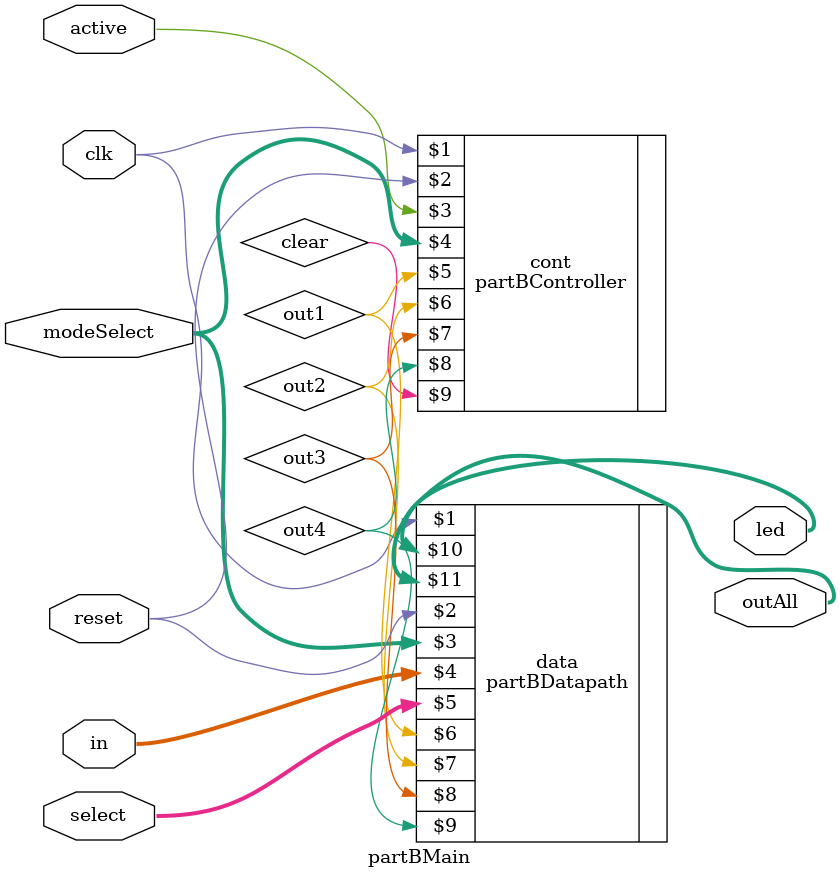
<source format=sv>
`timescale 1ns / 1ps


module partBMain(
        input logic clk,
        input logic reset,
        input logic active,
        input logic [1:0] modeSelect,
        input logic [1:0] select,
        input logic [3:0] in,
        output logic [15:0] led,
        output logic [63:0] outAll
        );
    
wire out1, out2, out3, out4;
wire clear;
partBController cont(clk, reset, active, modeSelect, out1, out2, out3, out4, clear);
partBDatapath data(clk, reset, modeSelect, in, select, out1, out2, out3, out4, led, outAll);
endmodule

</source>
